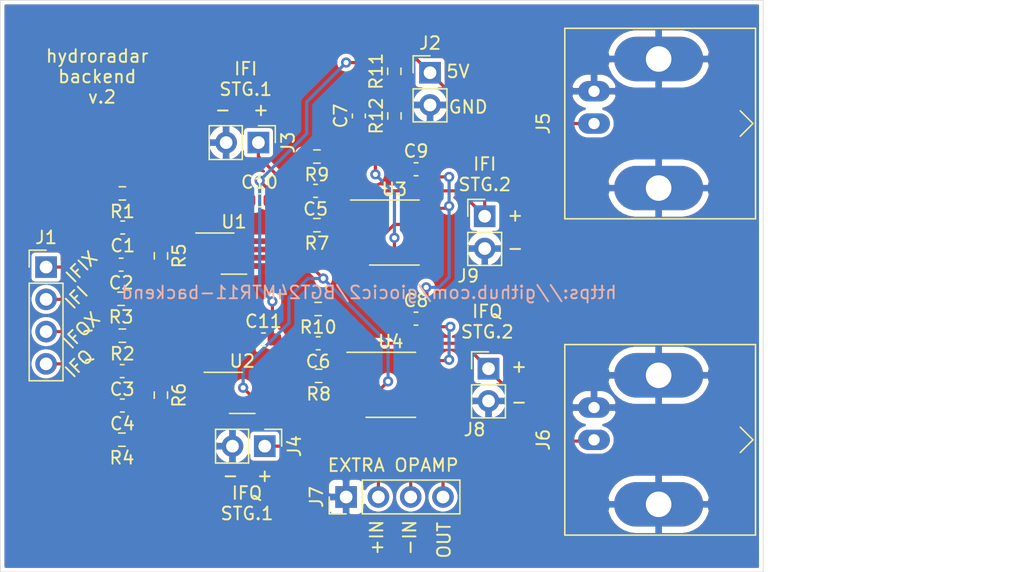
<source format=kicad_pcb>
(kicad_pcb (version 20171130) (host pcbnew "(5.1.12)-1")
  (layers (0 F.Cu signal) (31 B.Cu signal) (34 B.Paste user) (35 F.Paste user) (36 B.SilkS user) (37 F.SilkS user) (38 B.Mask user) (39 F.Mask user) (44 Edge.Cuts user))
  (net 0 "")
  (net 1 IFIX)
  (net 2 "Net-(C1-Pad1)")
  (net 3 IFI)
  (net 4 "Net-(C2-Pad1)")
  (net 5 IFQX)
  (net 6 "Net-(C3-Pad1)")
  (net 7 IFQ)
  (net 8 "Net-(C4-Pad1)")
  (net 9 "Net-(C5-Pad2)")
  (net 10 IFI_ST2)
  (net 11 "Net-(C6-Pad2)")
  (net 12 IFQ_ST2)
  (net 13 "Net-(C7-Pad2)")
  (net 14 GND)
  (net 15 +5V)
  (net 16 IFI_ST1)
  (net 17 IFQ_ST1)
  (net 18 "Net-(J7-Pad4)")
  (net 19 "Net-(J7-Pad3)")
  (net 20 "Net-(J7-Pad2)")
  (net 21 "Net-(R5-Pad2)")
  (net 22 "Net-(R5-Pad1)")
  (net 23 "Net-(R6-Pad2)")
  (net 24 "Net-(R6-Pad1)")
  (net 25 REF)
  (module Connector_PinHeader_2.54mm:PinHeader_1x04_P2.54mm_Vertical (layer F.Cu) (at 127.2 64.1 90)
    (fp_text reference J7 (at 0 -2.33 90) (layer F.SilkS))
    (fp_text value Conn_01x04_Male)
    (fp_line (start -1.33 -1.33) (end 0 -1.33) (layer F.SilkS) (width 0.12))
    (fp_line (start -1.33 0) (end -1.33 -1.33) (layer F.SilkS) (width 0.12))
    (fp_line (start -1.33 1.27) (end 1.33 1.27) (layer F.SilkS) (width 0.12))
    (fp_line (start 1.33 1.27) (end 1.33 8.95) (layer F.SilkS) (width 0.12))
    (fp_line (start -1.33 1.27) (end -1.33 8.95) (layer F.SilkS) (width 0.12))
    (fp_line (start -1.33 8.95) (end 1.33 8.95) (layer F.SilkS) (width 0.12))
    (pad 4 thru_hole oval (at 0 7.62 90) (size 1.7 1.7) (drill 1) (layers *.Cu *.Mask) (net 18 "Net-(J7-Pad4)"))
    (pad 3 thru_hole oval (at 0 5.08 90) (size 1.7 1.7) (drill 1) (layers *.Cu *.Mask) (net 19 "Net-(J7-Pad3)"))
    (pad 2 thru_hole oval (at 0 2.54 90) (size 1.7 1.7) (drill 1) (layers *.Cu *.Mask) (net 20 "Net-(J7-Pad2)"))
    (pad 1 thru_hole rect (at 0 0 90) (size 1.7 1.7) (drill 1) (layers *.Cu *.Mask) (net 14 GND))
  )
  (module Capacitor_SMD:C_0603_1608Metric_Pad1.08x0.95mm_HandSolder (layer F.Cu) (at 120.7 51.7)
    (fp_text reference C11 (at 0 -1.43) (layer F.SilkS))
    (fp_text value 100p)
    (fp_line (start -0.146267 0.51) (end 0.146267 0.51) (layer F.SilkS) (width 0.12))
    (fp_line (start -0.146267 -0.51) (end 0.146267 -0.51) (layer F.SilkS) (width 0.12))
    (pad 2 smd roundrect (at 0.8625 0) (size 1.075 0.95) (layers F.Cu F.Paste F.Mask) (net 15 +5V))
    (pad 1 smd roundrect (at -0.8625 0) (size 1.075 0.95) (layers F.Cu F.Paste F.Mask) (net 14 GND))
  )
  (module Capacitor_SMD:C_0603_1608Metric_Pad1.08x0.95mm_HandSolder (layer F.Cu) (at 120.3828 40.7482)
    (fp_text reference C10 (at 0 -1.43) (layer F.SilkS))
    (fp_text value 100p)
    (fp_line (start -0.146267 0.51) (end 0.146267 0.51) (layer F.SilkS) (width 0.12))
    (fp_line (start -0.146267 -0.51) (end 0.146267 -0.51) (layer F.SilkS) (width 0.12))
    (pad 2 smd roundrect (at 0.8625 0) (size 1.075 0.95) (layers F.Cu F.Paste F.Mask) (net 15 +5V))
    (pad 1 smd roundrect (at -0.8625 0) (size 1.075 0.95) (layers F.Cu F.Paste F.Mask) (net 14 GND))
  )
  (module Capacitor_SMD:C_0603_1608Metric_Pad1.08x0.95mm_HandSolder (layer F.Cu) (at 132.7 38.3)
    (fp_text reference C9 (at 0 -1.43) (layer F.SilkS))
    (fp_text value 100p)
    (fp_line (start -0.146267 0.51) (end 0.146267 0.51) (layer F.SilkS) (width 0.12))
    (fp_line (start -0.146267 -0.51) (end 0.146267 -0.51) (layer F.SilkS) (width 0.12))
    (pad 2 smd roundrect (at 0.8625 0) (size 1.075 0.95) (layers F.Cu F.Paste F.Mask) (net 15 +5V))
    (pad 1 smd roundrect (at -0.8625 0) (size 1.075 0.95) (layers F.Cu F.Paste F.Mask) (net 14 GND))
  )
  (module Capacitor_SMD:C_0603_1608Metric_Pad1.08x0.95mm_HandSolder (layer F.Cu) (at 132.6954 50.0628)
    (fp_text reference C8 (at 0 -1.43) (layer F.SilkS))
    (fp_text value 100p)
    (fp_line (start -0.146267 0.51) (end 0.146267 0.51) (layer F.SilkS) (width 0.12))
    (fp_line (start -0.146267 -0.51) (end 0.146267 -0.51) (layer F.SilkS) (width 0.12))
    (pad 2 smd roundrect (at 0.8625 0) (size 1.075 0.95) (layers F.Cu F.Paste F.Mask) (net 15 +5V))
    (pad 1 smd roundrect (at -0.8625 0) (size 1.075 0.95) (layers F.Cu F.Paste F.Mask) (net 14 GND))
  )
  (module Package_SO:SOIC-8_3.9x4.9mm_P1.27mm (layer F.Cu) (at 130.7142 55.2698)
    (fp_text reference U4 (at 0 -3.4) (layer F.SilkS))
    (fp_text value OPA2376AIDG4)
    (fp_line (start 0 2.56) (end 1.95 2.56) (layer F.SilkS) (width 0.12))
    (fp_line (start 0 2.56) (end -1.95 2.56) (layer F.SilkS) (width 0.12))
    (fp_line (start 0 -2.56) (end 1.95 -2.56) (layer F.SilkS) (width 0.12))
    (fp_line (start 0 -2.56) (end -3.45 -2.56) (layer F.SilkS) (width 0.12))
    (pad 8 smd roundrect (at 2.475 -1.905) (size 1.95 0.6) (layers F.Cu F.Paste F.Mask) (net 15 +5V))
    (pad 7 smd roundrect (at 2.475 -0.635) (size 1.95 0.6) (layers F.Cu F.Paste F.Mask) (net 18 "Net-(J7-Pad4)"))
    (pad 6 smd roundrect (at 2.475 0.635) (size 1.95 0.6) (layers F.Cu F.Paste F.Mask) (net 19 "Net-(J7-Pad3)"))
    (pad 5 smd roundrect (at 2.475 1.905) (size 1.95 0.6) (layers F.Cu F.Paste F.Mask) (net 20 "Net-(J7-Pad2)"))
    (pad 4 smd roundrect (at -2.475 1.905) (size 1.95 0.6) (layers F.Cu F.Paste F.Mask) (net 14 GND))
    (pad 3 smd roundrect (at -2.475 0.635) (size 1.95 0.6) (layers F.Cu F.Paste F.Mask) (net 25 REF))
    (pad 2 smd roundrect (at -2.475 -0.635) (size 1.95 0.6) (layers F.Cu F.Paste F.Mask) (net 11 "Net-(C6-Pad2)"))
    (pad 1 smd roundrect (at -2.475 -1.905) (size 1.95 0.6) (layers F.Cu F.Paste F.Mask) (net 12 IFQ_ST2))
  )
  (module Package_SO:SOIC-8_3.9x4.9mm_P1.27mm (layer F.Cu) (at 130.9936 43.281)
    (fp_text reference U3 (at 0 -3.4) (layer F.SilkS))
    (fp_text value OPA2376AIDG4)
    (fp_line (start 0 2.56) (end 1.95 2.56) (layer F.SilkS) (width 0.12))
    (fp_line (start 0 2.56) (end -1.95 2.56) (layer F.SilkS) (width 0.12))
    (fp_line (start 0 -2.56) (end 1.95 -2.56) (layer F.SilkS) (width 0.12))
    (fp_line (start 0 -2.56) (end -3.45 -2.56) (layer F.SilkS) (width 0.12))
    (pad 8 smd roundrect (at 2.475 -1.905) (size 1.95 0.6) (layers F.Cu F.Paste F.Mask) (net 15 +5V))
    (pad 7 smd roundrect (at 2.475 -0.635) (size 1.95 0.6) (layers F.Cu F.Paste F.Mask) (net 25 REF))
    (pad 6 smd roundrect (at 2.475 0.635) (size 1.95 0.6) (layers F.Cu F.Paste F.Mask) (net 25 REF))
    (pad 5 smd roundrect (at 2.475 1.905) (size 1.95 0.6) (layers F.Cu F.Paste F.Mask) (net 13 "Net-(C7-Pad2)"))
    (pad 4 smd roundrect (at -2.475 1.905) (size 1.95 0.6) (layers F.Cu F.Paste F.Mask) (net 14 GND))
    (pad 3 smd roundrect (at -2.475 0.635) (size 1.95 0.6) (layers F.Cu F.Paste F.Mask) (net 25 REF))
    (pad 2 smd roundrect (at -2.475 -0.635) (size 1.95 0.6) (layers F.Cu F.Paste F.Mask) (net 9 "Net-(C5-Pad2)"))
    (pad 1 smd roundrect (at -2.475 -1.905) (size 1.95 0.6) (layers F.Cu F.Paste F.Mask) (net 10 IFI_ST2))
  )
  (module Package_SO:VSSOP-8_3.0x3.0mm_P0.65mm (layer F.Cu) (at 119.0302 55.9048)
    (fp_text reference U2 (at 0 -2.5) (layer F.SilkS))
    (fp_text value INA827AIDGK)
    (fp_line (start 1 1.62) (end -1 1.62) (layer F.SilkS) (width 0.12))
    (fp_line (start 0 -1.62) (end -3 -1.62) (layer F.SilkS) (width 0.12))
    (pad 8 smd rect (at 2.2 -0.975 270) (size 0.45 1.45) (layers F.Cu F.Paste F.Mask) (net 15 +5V))
    (pad 7 smd rect (at 2.2 -0.325 270) (size 0.45 1.45) (layers F.Cu F.Paste F.Mask) (net 17 IFQ_ST1))
    (pad 6 smd rect (at 2.2 0.325 270) (size 0.45 1.45) (layers F.Cu F.Paste F.Mask) (net 25 REF))
    (pad 5 smd rect (at 2.2 0.975 270) (size 0.45 1.45) (layers F.Cu F.Paste F.Mask) (net 14 GND))
    (pad 4 smd rect (at -2.2 0.975 270) (size 0.45 1.45) (layers F.Cu F.Paste F.Mask) (net 8 "Net-(C4-Pad1)"))
    (pad 3 smd rect (at -2.2 0.325 270) (size 0.45 1.45) (layers F.Cu F.Paste F.Mask) (net 23 "Net-(R6-Pad2)"))
    (pad 2 smd rect (at -2.2 -0.325 270) (size 0.45 1.45) (layers F.Cu F.Paste F.Mask) (net 24 "Net-(R6-Pad1)"))
    (pad 1 smd rect (at -2.2 -0.975 270) (size 0.45 1.45) (layers F.Cu F.Paste F.Mask) (net 6 "Net-(C3-Pad1)"))
  )
  (module Package_SO:VSSOP-8_3.0x3.0mm_P0.65mm (layer F.Cu) (at 118.3762 44.9392)
    (fp_text reference U1 (at 0 -2.5) (layer F.SilkS))
    (fp_text value INA827AIDGK)
    (fp_line (start 1 1.62) (end -1 1.62) (layer F.SilkS) (width 0.12))
    (fp_line (start 0 -1.62) (end -3 -1.62) (layer F.SilkS) (width 0.12))
    (pad 8 smd rect (at 2.2 -0.975 270) (size 0.45 1.45) (layers F.Cu F.Paste F.Mask) (net 15 +5V))
    (pad 7 smd rect (at 2.2 -0.325 270) (size 0.45 1.45) (layers F.Cu F.Paste F.Mask) (net 16 IFI_ST1))
    (pad 6 smd rect (at 2.2 0.325 270) (size 0.45 1.45) (layers F.Cu F.Paste F.Mask) (net 25 REF))
    (pad 5 smd rect (at 2.2 0.975 270) (size 0.45 1.45) (layers F.Cu F.Paste F.Mask) (net 14 GND))
    (pad 4 smd rect (at -2.2 0.975 270) (size 0.45 1.45) (layers F.Cu F.Paste F.Mask) (net 4 "Net-(C2-Pad1)"))
    (pad 3 smd rect (at -2.2 0.325 270) (size 0.45 1.45) (layers F.Cu F.Paste F.Mask) (net 21 "Net-(R5-Pad2)"))
    (pad 2 smd rect (at -2.2 -0.325 270) (size 0.45 1.45) (layers F.Cu F.Paste F.Mask) (net 22 "Net-(R5-Pad1)"))
    (pad 1 smd rect (at -2.2 -0.975 270) (size 0.45 1.45) (layers F.Cu F.Paste F.Mask) (net 2 "Net-(C1-Pad1)"))
  )
  (module Resistor_SMD:R_0603_1608Metric_Pad0.98x0.95mm_HandSolder (layer F.Cu) (at 131 34.1 90)
    (fp_text reference R12 (at 0 -1.43 90) (layer F.SilkS))
    (fp_text value 220k)
    (fp_line (start -0.254724 -0.5225) (end 0.254724 -0.5225) (layer F.SilkS) (width 0.12))
    (fp_line (start -0.254724 0.5225) (end 0.254724 0.5225) (layer F.SilkS) (width 0.12))
    (pad 2 smd roundrect (at 0.9125 0 90) (size 0.975 0.95) (layers F.Cu F.Paste F.Mask) (net 13 "Net-(C7-Pad2)"))
    (pad 1 smd roundrect (at -0.9125 0 90) (size 0.975 0.95) (layers F.Cu F.Paste F.Mask) (net 14 GND))
  )
  (module Resistor_SMD:R_0603_1608Metric_Pad0.98x0.95mm_HandSolder (layer F.Cu) (at 130.9898 30.5866 90)
    (fp_text reference R11 (at 0 -1.43 90) (layer F.SilkS))
    (fp_text value 220k)
    (fp_line (start -0.254724 -0.5225) (end 0.254724 -0.5225) (layer F.SilkS) (width 0.12))
    (fp_line (start -0.254724 0.5225) (end 0.254724 0.5225) (layer F.SilkS) (width 0.12))
    (pad 2 smd roundrect (at 0.9125 0 90) (size 0.975 0.95) (layers F.Cu F.Paste F.Mask) (net 15 +5V))
    (pad 1 smd roundrect (at -0.9125 0 90) (size 0.975 0.95) (layers F.Cu F.Paste F.Mask) (net 13 "Net-(C7-Pad2)"))
  )
  (module Resistor_SMD:R_0603_1608Metric_Pad0.98x0.95mm_HandSolder (layer F.Cu) (at 125 49.3 180)
    (fp_text reference R10 (at 0 -1.43) (layer F.SilkS))
    (fp_text value 100k)
    (fp_line (start -0.254724 -0.5225) (end 0.254724 -0.5225) (layer F.SilkS) (width 0.12))
    (fp_line (start -0.254724 0.5225) (end 0.254724 0.5225) (layer F.SilkS) (width 0.12))
    (pad 2 smd roundrect (at 0.9125 0 180) (size 0.975 0.95) (layers F.Cu F.Paste F.Mask) (net 11 "Net-(C6-Pad2)"))
    (pad 1 smd roundrect (at -0.9125 0 180) (size 0.975 0.95) (layers F.Cu F.Paste F.Mask) (net 12 IFQ_ST2))
  )
  (module Resistor_SMD:R_0603_1608Metric_Pad0.98x0.95mm_HandSolder (layer F.Cu) (at 124.9 37.3 180)
    (fp_text reference R9 (at 0 -1.43) (layer F.SilkS))
    (fp_text value 100k)
    (fp_line (start -0.254724 -0.5225) (end 0.254724 -0.5225) (layer F.SilkS) (width 0.12))
    (fp_line (start -0.254724 0.5225) (end 0.254724 0.5225) (layer F.SilkS) (width 0.12))
    (pad 2 smd roundrect (at 0.9125 0 180) (size 0.975 0.95) (layers F.Cu F.Paste F.Mask) (net 9 "Net-(C5-Pad2)"))
    (pad 1 smd roundrect (at -0.9125 0 180) (size 0.975 0.95) (layers F.Cu F.Paste F.Mask) (net 10 IFI_ST2))
  )
  (module Resistor_SMD:R_0603_1608Metric_Pad0.98x0.95mm_HandSolder (layer F.Cu) (at 125.042 54.5632 180)
    (fp_text reference R8 (at 0 -1.43) (layer F.SilkS))
    (fp_text value 10k)
    (fp_line (start -0.254724 -0.5225) (end 0.254724 -0.5225) (layer F.SilkS) (width 0.12))
    (fp_line (start -0.254724 0.5225) (end 0.254724 0.5225) (layer F.SilkS) (width 0.12))
    (pad 2 smd roundrect (at 0.9125 0 180) (size 0.975 0.95) (layers F.Cu F.Paste F.Mask) (net 17 IFQ_ST1))
    (pad 1 smd roundrect (at -0.9125 0 180) (size 0.975 0.95) (layers F.Cu F.Paste F.Mask) (net 11 "Net-(C6-Pad2)"))
  )
  (module Resistor_SMD:R_0603_1608Metric_Pad0.98x0.95mm_HandSolder (layer F.Cu) (at 124.9 42.7 180)
    (fp_text reference R7 (at 0 -1.43) (layer F.SilkS))
    (fp_text value 10k)
    (fp_line (start -0.254724 -0.5225) (end 0.254724 -0.5225) (layer F.SilkS) (width 0.12))
    (fp_line (start -0.254724 0.5225) (end 0.254724 0.5225) (layer F.SilkS) (width 0.12))
    (pad 2 smd roundrect (at 0.9125 0 180) (size 0.975 0.95) (layers F.Cu F.Paste F.Mask) (net 16 IFI_ST1))
    (pad 1 smd roundrect (at -0.9125 0 180) (size 0.975 0.95) (layers F.Cu F.Paste F.Mask) (net 9 "Net-(C5-Pad2)"))
  )
  (module Resistor_SMD:R_0603_1608Metric_Pad0.98x0.95mm_HandSolder (layer F.Cu) (at 112.6294 56.0826 270)
    (fp_text reference R6 (at 0 -1.43 90) (layer F.SilkS))
    (fp_text value 1k)
    (fp_line (start -0.254724 -0.5225) (end 0.254724 -0.5225) (layer F.SilkS) (width 0.12))
    (fp_line (start -0.254724 0.5225) (end 0.254724 0.5225) (layer F.SilkS) (width 0.12))
    (pad 2 smd roundrect (at 0.9125 0 270) (size 0.975 0.95) (layers F.Cu F.Paste F.Mask) (net 23 "Net-(R6-Pad2)"))
    (pad 1 smd roundrect (at -0.9125 0 270) (size 0.975 0.95) (layers F.Cu F.Paste F.Mask) (net 24 "Net-(R6-Pad1)"))
  )
  (module Resistor_SMD:R_0603_1608Metric_Pad0.98x0.95mm_HandSolder (layer F.Cu) (at 112.6358 45.117 270)
    (fp_text reference R5 (at 0 -1.43 90) (layer F.SilkS))
    (fp_text value 1k)
    (fp_line (start -0.254724 -0.5225) (end 0.254724 -0.5225) (layer F.SilkS) (width 0.12))
    (fp_line (start -0.254724 0.5225) (end 0.254724 0.5225) (layer F.SilkS) (width 0.12))
    (pad 2 smd roundrect (at 0.9125 0 270) (size 0.975 0.95) (layers F.Cu F.Paste F.Mask) (net 21 "Net-(R5-Pad2)"))
    (pad 1 smd roundrect (at -0.9125 0 270) (size 0.975 0.95) (layers F.Cu F.Paste F.Mask) (net 22 "Net-(R5-Pad1)"))
  )
  (module Resistor_SMD:R_0603_1608Metric_Pad0.98x0.95mm_HandSolder (layer F.Cu) (at 109.5638 59.5884 180)
    (fp_text reference R4 (at 0 -1.43) (layer F.SilkS))
    (fp_text value 47k)
    (fp_line (start -0.254724 -0.5225) (end 0.254724 -0.5225) (layer F.SilkS) (width 0.12))
    (fp_line (start -0.254724 0.5225) (end 0.254724 0.5225) (layer F.SilkS) (width 0.12))
    (pad 2 smd roundrect (at 0.9125 0 180) (size 0.975 0.95) (layers F.Cu F.Paste F.Mask) (net 14 GND))
    (pad 1 smd roundrect (at -0.9125 0 180) (size 0.975 0.95) (layers F.Cu F.Paste F.Mask) (net 8 "Net-(C4-Pad1)"))
  )
  (module Resistor_SMD:R_0603_1608Metric_Pad0.98x0.95mm_HandSolder (layer F.Cu) (at 109.5 48.5 180)
    (fp_text reference R3 (at 0 -1.43) (layer F.SilkS))
    (fp_text value 47k)
    (fp_line (start -0.254724 -0.5225) (end 0.254724 -0.5225) (layer F.SilkS) (width 0.12))
    (fp_line (start -0.254724 0.5225) (end 0.254724 0.5225) (layer F.SilkS) (width 0.12))
    (pad 2 smd roundrect (at 0.9125 0 180) (size 0.975 0.95) (layers F.Cu F.Paste F.Mask) (net 14 GND))
    (pad 1 smd roundrect (at -0.9125 0 180) (size 0.975 0.95) (layers F.Cu F.Paste F.Mask) (net 4 "Net-(C2-Pad1)"))
  )
  (module Resistor_SMD:R_0603_1608Metric_Pad0.98x0.95mm_HandSolder (layer F.Cu) (at 109.6 51.4 180)
    (fp_text reference R2 (at 0 -1.43) (layer F.SilkS))
    (fp_text value 47k)
    (fp_line (start -0.254724 -0.5225) (end 0.254724 -0.5225) (layer F.SilkS) (width 0.12))
    (fp_line (start -0.254724 0.5225) (end 0.254724 0.5225) (layer F.SilkS) (width 0.12))
    (pad 2 smd roundrect (at 0.9125 0 180) (size 0.975 0.95) (layers F.Cu F.Paste F.Mask) (net 14 GND))
    (pad 1 smd roundrect (at -0.9125 0 180) (size 0.975 0.95) (layers F.Cu F.Paste F.Mask) (net 6 "Net-(C3-Pad1)"))
  )
  (module Resistor_SMD:R_0603_1608Metric_Pad0.98x0.95mm_HandSolder (layer F.Cu) (at 109.6 40.2 180)
    (fp_text reference R1 (at 0 -1.43) (layer F.SilkS))
    (fp_text value 47k)
    (fp_line (start -0.254724 -0.5225) (end 0.254724 -0.5225) (layer F.SilkS) (width 0.12))
    (fp_line (start -0.254724 0.5225) (end 0.254724 0.5225) (layer F.SilkS) (width 0.12))
    (pad 2 smd roundrect (at 0.9125 0 180) (size 0.975 0.95) (layers F.Cu F.Paste F.Mask) (net 14 GND))
    (pad 1 smd roundrect (at -0.9125 0 180) (size 0.975 0.95) (layers F.Cu F.Paste F.Mask) (net 2 "Net-(C1-Pad1)"))
  )
  (module Connector_PinHeader_2.54mm:PinHeader_1x02_P2.54mm_Vertical (layer F.Cu) (at 138.1 42)
    (fp_text reference J9 (at -1.3 4.7) (layer F.SilkS))
    (fp_text value Conn_01x02_Male)
    (fp_line (start -1.33 3.87) (end 1.33 3.87) (layer F.SilkS) (width 0.12))
    (fp_line (start -1.33 1.27) (end -1.33 3.87) (layer F.SilkS) (width 0.12))
    (fp_line (start 1.33 1.27) (end 1.33 3.87) (layer F.SilkS) (width 0.12))
    (fp_line (start -1.33 1.27) (end 1.33 1.27) (layer F.SilkS) (width 0.12))
    (fp_line (start -1.33 0) (end -1.33 -1.33) (layer F.SilkS) (width 0.12))
    (fp_line (start -1.33 -1.33) (end 0 -1.33) (layer F.SilkS) (width 0.12))
    (pad 2 thru_hole oval (at 0 2.54) (size 1.7 1.7) (drill 1) (layers *.Cu *.Mask) (net 14 GND))
    (pad 1 thru_hole rect (at 0 0) (size 1.7 1.7) (drill 1) (layers *.Cu *.Mask) (net 10 IFI_ST2))
  )
  (module Connector_PinHeader_2.54mm:PinHeader_1x02_P2.54mm_Vertical (layer F.Cu) (at 138.4 54)
    (fp_text reference J8 (at -1.1 4.8) (layer F.SilkS))
    (fp_text value Conn_01x02_Male)
    (fp_line (start -1.33 3.87) (end 1.33 3.87) (layer F.SilkS) (width 0.12))
    (fp_line (start -1.33 1.27) (end -1.33 3.87) (layer F.SilkS) (width 0.12))
    (fp_line (start 1.33 1.27) (end 1.33 3.87) (layer F.SilkS) (width 0.12))
    (fp_line (start -1.33 1.27) (end 1.33 1.27) (layer F.SilkS) (width 0.12))
    (fp_line (start -1.33 0) (end -1.33 -1.33) (layer F.SilkS) (width 0.12))
    (fp_line (start -1.33 -1.33) (end 0 -1.33) (layer F.SilkS) (width 0.12))
    (pad 2 thru_hole oval (at 0 2.54) (size 1.7 1.7) (drill 1) (layers *.Cu *.Mask) (net 14 GND))
    (pad 1 thru_hole rect (at 0 0) (size 1.7 1.7) (drill 1) (layers *.Cu *.Mask) (net 12 IFQ_ST2))
  )
  (module Connector_Coaxial:BNC_Amphenol_B6252HB-NPP3G-50_Horizontal (layer F.Cu) (at 146.7 59.6 270)
    (fp_text reference J6 (at 0 4 90) (layer F.SilkS))
    (fp_text value Conn_Coaxial)
    (fp_line (start -7.5 -12.7) (end 7.5 -12.7) (layer F.SilkS) (width 0.12))
    (fp_line (start 7.5 -12.7) (end 7.5 2.3) (layer F.SilkS) (width 0.12))
    (fp_line (start 7.5 2.3) (end -7.5 2.3) (layer F.SilkS) (width 0.12))
    (fp_line (start -7.5 2.3) (end -7.5 -12.7) (layer F.SilkS) (width 0.12))
    (fp_line (start 0 -12.5) (end -1 -11.5) (layer F.SilkS) (width 0.12))
    (fp_line (start 0 -12.5) (end 1 -11.5) (layer F.SilkS) (width 0.12))
    (pad 2 thru_hole oval (at -2.54 0 270) (size 1.6 2.5) (drill 0.89) (layers *.Cu *.Mask) (net 14 GND))
    (pad 1 thru_hole oval (at 0 0 270) (size 1.6 2.5) (drill 0.89) (layers *.Cu *.Mask) (net 12 IFQ_ST2))
    (pad 2 thru_hole oval (at 5.08 -5.08 270) (size 3.5 7) (drill 2.01) (layers *.Cu *.Mask) (net 14 GND))
    (pad 2 thru_hole oval (at -5.08 -5.08 270) (size 3.5 7) (drill 2.01) (layers *.Cu *.Mask) (net 14 GND))
  )
  (module Connector_Coaxial:BNC_Amphenol_B6252HB-NPP3G-50_Horizontal (layer F.Cu) (at 146.7 34.7 270)
    (fp_text reference J5 (at 0 4 90) (layer F.SilkS))
    (fp_text value Conn_Coaxial)
    (fp_line (start -7.5 -12.7) (end 7.5 -12.7) (layer F.SilkS) (width 0.12))
    (fp_line (start 7.5 -12.7) (end 7.5 2.3) (layer F.SilkS) (width 0.12))
    (fp_line (start 7.5 2.3) (end -7.5 2.3) (layer F.SilkS) (width 0.12))
    (fp_line (start -7.5 2.3) (end -7.5 -12.7) (layer F.SilkS) (width 0.12))
    (fp_line (start 0 -12.5) (end -1 -11.5) (layer F.SilkS) (width 0.12))
    (fp_line (start 0 -12.5) (end 1 -11.5) (layer F.SilkS) (width 0.12))
    (pad 2 thru_hole oval (at -2.54 0 270) (size 1.6 2.5) (drill 0.89) (layers *.Cu *.Mask) (net 14 GND))
    (pad 1 thru_hole oval (at 0 0 270) (size 1.6 2.5) (drill 0.89) (layers *.Cu *.Mask) (net 10 IFI_ST2))
    (pad 2 thru_hole oval (at 5.08 -5.08 270) (size 3.5 7) (drill 2.01) (layers *.Cu *.Mask) (net 14 GND))
    (pad 2 thru_hole oval (at -5.08 -5.08 270) (size 3.5 7) (drill 2.01) (layers *.Cu *.Mask) (net 14 GND))
  )
  (module Connector_PinHeader_2.54mm:PinHeader_1x02_P2.54mm_Vertical (layer F.Cu) (at 120.8 60.1 270)
    (fp_text reference J4 (at 0 -2.33 90) (layer F.SilkS))
    (fp_text value Conn_01x02_Male)
    (fp_line (start -1.33 3.87) (end 1.33 3.87) (layer F.SilkS) (width 0.12))
    (fp_line (start -1.33 1.27) (end -1.33 3.87) (layer F.SilkS) (width 0.12))
    (fp_line (start 1.33 1.27) (end 1.33 3.87) (layer F.SilkS) (width 0.12))
    (fp_line (start -1.33 1.27) (end 1.33 1.27) (layer F.SilkS) (width 0.12))
    (fp_line (start -1.33 0) (end -1.33 -1.33) (layer F.SilkS) (width 0.12))
    (fp_line (start -1.33 -1.33) (end 0 -1.33) (layer F.SilkS) (width 0.12))
    (pad 2 thru_hole oval (at 0 2.54 270) (size 1.7 1.7) (drill 1) (layers *.Cu *.Mask) (net 14 GND))
    (pad 1 thru_hole rect (at 0 0 270) (size 1.7 1.7) (drill 1) (layers *.Cu *.Mask) (net 17 IFQ_ST1))
  )
  (module Connector_PinHeader_2.54mm:PinHeader_1x02_P2.54mm_Vertical (layer F.Cu) (at 120.3 36.2 270)
    (fp_text reference J3 (at 0 -2.33 90) (layer F.SilkS))
    (fp_text value Conn_01x02_Male)
    (fp_line (start -1.33 3.87) (end 1.33 3.87) (layer F.SilkS) (width 0.12))
    (fp_line (start -1.33 1.27) (end -1.33 3.87) (layer F.SilkS) (width 0.12))
    (fp_line (start 1.33 1.27) (end 1.33 3.87) (layer F.SilkS) (width 0.12))
    (fp_line (start -1.33 1.27) (end 1.33 1.27) (layer F.SilkS) (width 0.12))
    (fp_line (start -1.33 0) (end -1.33 -1.33) (layer F.SilkS) (width 0.12))
    (fp_line (start -1.33 -1.33) (end 0 -1.33) (layer F.SilkS) (width 0.12))
    (pad 2 thru_hole oval (at 0 2.54 270) (size 1.7 1.7) (drill 1) (layers *.Cu *.Mask) (net 14 GND))
    (pad 1 thru_hole rect (at 0 0 270) (size 1.7 1.7) (drill 1) (layers *.Cu *.Mask) (net 16 IFI_ST1))
  )
  (module Connector_PinHeader_2.54mm:PinHeader_1x02_P2.54mm_Vertical (layer F.Cu) (at 133.8 30.7)
    (fp_text reference J2 (at 0 -2.33) (layer F.SilkS))
    (fp_text value Conn_01x02_Male)
    (fp_line (start -1.33 3.87) (end 1.33 3.87) (layer F.SilkS) (width 0.12))
    (fp_line (start -1.33 1.27) (end -1.33 3.87) (layer F.SilkS) (width 0.12))
    (fp_line (start 1.33 1.27) (end 1.33 3.87) (layer F.SilkS) (width 0.12))
    (fp_line (start -1.33 1.27) (end 1.33 1.27) (layer F.SilkS) (width 0.12))
    (fp_line (start -1.33 0) (end -1.33 -1.33) (layer F.SilkS) (width 0.12))
    (fp_line (start -1.33 -1.33) (end 0 -1.33) (layer F.SilkS) (width 0.12))
    (pad 2 thru_hole oval (at 0 2.54) (size 1.7 1.7) (drill 1) (layers *.Cu *.Mask) (net 14 GND))
    (pad 1 thru_hole rect (at 0 0) (size 1.7 1.7) (drill 1) (layers *.Cu *.Mask) (net 15 +5V))
  )
  (module Connector_PinHeader_2.54mm:PinHeader_1x04_P2.54mm_Vertical (layer F.Cu) (at 103.6 46)
    (fp_text reference J1 (at 0 -2.33) (layer F.SilkS))
    (fp_text value Conn_01x04_Male)
    (fp_line (start -1.33 8.95) (end 1.33 8.95) (layer F.SilkS) (width 0.12))
    (fp_line (start -1.33 1.27) (end -1.33 8.95) (layer F.SilkS) (width 0.12))
    (fp_line (start 1.33 1.27) (end 1.33 8.95) (layer F.SilkS) (width 0.12))
    (fp_line (start -1.33 1.27) (end 1.33 1.27) (layer F.SilkS) (width 0.12))
    (fp_line (start -1.33 0) (end -1.33 -1.33) (layer F.SilkS) (width 0.12))
    (fp_line (start -1.33 -1.33) (end 0 -1.33) (layer F.SilkS) (width 0.12))
    (pad 4 thru_hole oval (at 0 7.62) (size 1.7 1.7) (drill 1) (layers *.Cu *.Mask) (net 7 IFQ))
    (pad 3 thru_hole oval (at 0 5.08) (size 1.7 1.7) (drill 1) (layers *.Cu *.Mask) (net 5 IFQX))
    (pad 2 thru_hole oval (at 0 2.54) (size 1.7 1.7) (drill 1) (layers *.Cu *.Mask) (net 3 IFI))
    (pad 1 thru_hole rect (at 0 0) (size 1.7 1.7) (drill 1) (layers *.Cu *.Mask) (net 1 IFIX))
  )
  (module Capacitor_SMD:C_0603_1608Metric_Pad1.08x0.95mm_HandSolder (layer F.Cu) (at 128.2 34.1 90)
    (fp_text reference C7 (at 0 -1.43 90) (layer F.SilkS))
    (fp_text value 1u)
    (fp_line (start -0.146267 -0.51) (end 0.146267 -0.51) (layer F.SilkS) (width 0.12))
    (fp_line (start -0.146267 0.51) (end 0.146267 0.51) (layer F.SilkS) (width 0.12))
    (pad 2 smd roundrect (at 0.8625 0 90) (size 1.075 0.95) (layers F.Cu F.Paste F.Mask) (net 13 "Net-(C7-Pad2)"))
    (pad 1 smd roundrect (at -0.8625 0 90) (size 1.075 0.95) (layers F.Cu F.Paste F.Mask) (net 14 GND))
  )
  (module Capacitor_SMD:C_0603_1608Metric_Pad1.08x0.95mm_HandSolder (layer F.Cu) (at 125 52 180)
    (fp_text reference C6 (at 0 -1.43) (layer F.SilkS))
    (fp_text value 1n)
    (fp_line (start -0.146267 -0.51) (end 0.146267 -0.51) (layer F.SilkS) (width 0.12))
    (fp_line (start -0.146267 0.51) (end 0.146267 0.51) (layer F.SilkS) (width 0.12))
    (pad 2 smd roundrect (at 0.8625 0 180) (size 1.075 0.95) (layers F.Cu F.Paste F.Mask) (net 11 "Net-(C6-Pad2)"))
    (pad 1 smd roundrect (at -0.8625 0 180) (size 1.075 0.95) (layers F.Cu F.Paste F.Mask) (net 12 IFQ_ST2))
  )
  (module Capacitor_SMD:C_0603_1608Metric_Pad1.08x0.95mm_HandSolder (layer F.Cu) (at 124.8 40 180)
    (fp_text reference C5 (at 0 -1.43) (layer F.SilkS))
    (fp_text value 1n)
    (fp_line (start -0.146267 -0.51) (end 0.146267 -0.51) (layer F.SilkS) (width 0.12))
    (fp_line (start -0.146267 0.51) (end 0.146267 0.51) (layer F.SilkS) (width 0.12))
    (pad 2 smd roundrect (at 0.8625 0 180) (size 1.075 0.95) (layers F.Cu F.Paste F.Mask) (net 9 "Net-(C5-Pad2)"))
    (pad 1 smd roundrect (at -0.8625 0 180) (size 1.075 0.95) (layers F.Cu F.Paste F.Mask) (net 10 IFI_ST2))
  )
  (module Capacitor_SMD:C_0603_1608Metric_Pad1.08x0.95mm_HandSolder (layer F.Cu) (at 109.6 56.9 180)
    (fp_text reference C4 (at 0 -1.43) (layer F.SilkS))
    (fp_text value 1u)
    (fp_line (start -0.146267 -0.51) (end 0.146267 -0.51) (layer F.SilkS) (width 0.12))
    (fp_line (start -0.146267 0.51) (end 0.146267 0.51) (layer F.SilkS) (width 0.12))
    (pad 2 smd roundrect (at 0.8625 0 180) (size 1.075 0.95) (layers F.Cu F.Paste F.Mask) (net 7 IFQ))
    (pad 1 smd roundrect (at -0.8625 0 180) (size 1.075 0.95) (layers F.Cu F.Paste F.Mask) (net 8 "Net-(C4-Pad1)"))
  )
  (module Capacitor_SMD:C_0603_1608Metric_Pad1.08x0.95mm_HandSolder (layer F.Cu) (at 109.5856 54.1924 180)
    (fp_text reference C3 (at 0 -1.43) (layer F.SilkS))
    (fp_text value 1u)
    (fp_line (start -0.146267 -0.51) (end 0.146267 -0.51) (layer F.SilkS) (width 0.12))
    (fp_line (start -0.146267 0.51) (end 0.146267 0.51) (layer F.SilkS) (width 0.12))
    (pad 2 smd roundrect (at 0.8625 0 180) (size 1.075 0.95) (layers F.Cu F.Paste F.Mask) (net 5 IFQX))
    (pad 1 smd roundrect (at -0.8625 0 180) (size 1.075 0.95) (layers F.Cu F.Paste F.Mask) (net 6 "Net-(C3-Pad1)"))
  )
  (module Capacitor_SMD:C_0603_1608Metric_Pad1.08x0.95mm_HandSolder (layer F.Cu) (at 109.5044 45.8126 180)
    (fp_text reference C2 (at 0 -1.43) (layer F.SilkS))
    (fp_text value 1u)
    (fp_line (start -0.146267 -0.51) (end 0.146267 -0.51) (layer F.SilkS) (width 0.12))
    (fp_line (start -0.146267 0.51) (end 0.146267 0.51) (layer F.SilkS) (width 0.12))
    (pad 2 smd roundrect (at 0.8625 0 180) (size 1.075 0.95) (layers F.Cu F.Paste F.Mask) (net 3 IFI))
    (pad 1 smd roundrect (at -0.8625 0 180) (size 1.075 0.95) (layers F.Cu F.Paste F.Mask) (net 4 "Net-(C2-Pad1)"))
  )
  (module Capacitor_SMD:C_0603_1608Metric_Pad1.08x0.95mm_HandSolder (layer F.Cu) (at 109.6282 42.8866 180)
    (fp_text reference C1 (at 0 -1.43) (layer F.SilkS))
    (fp_text value 1u)
    (fp_line (start -0.146267 -0.51) (end 0.146267 -0.51) (layer F.SilkS) (width 0.12))
    (fp_line (start -0.146267 0.51) (end 0.146267 0.51) (layer F.SilkS) (width 0.12))
    (pad 2 smd roundrect (at 0.8625 0 180) (size 1.075 0.95) (layers F.Cu F.Paste F.Mask) (net 1 IFIX))
    (pad 1 smd roundrect (at -0.8625 0 180) (size 1.075 0.95) (layers F.Cu F.Paste F.Mask) (net 2 "Net-(C1-Pad1)"))
  )
  (gr_text "hydroradar \nbackend \nv.2" (at 108 31) (layer F.SilkS) (effects (font (size 1 1))))
  (gr_text https://github.com/giocic2/BGT24MTR11-backend (at 129 48) (layer B.SilkS) (effects (font (size 1 1)) (justify mirror)))
  (gr_text IFQ (at 106.2 53.6 45) (layer F.SilkS) (effects (font (size 1 1))))
  (gr_text IFQX (at 106.4 51 45) (layer F.SilkS) (effects (font (size 1 1))))
  (gr_text IFI (at 106 48.4 45) (layer F.SilkS) (effects (font (size 1 1))))
  (gr_text IFIX (at 106.4 46 45) (layer F.SilkS) (effects (font (size 1 1))))
  (gr_text OUT (at 134.9 67.5 90) (layer F.SilkS) (effects (font (size 1 1))))
  (gr_text -IN (at 132.2 67.3 90) (layer F.SilkS) (effects (font (size 1 1))))
  (gr_text +IN (at 129.6 67.3 90) (layer F.SilkS) (effects (font (size 1 1))))
  (gr_text "EXTRA OPAMP" (at 130.9 61.6) (layer F.SilkS) (effects (font (size 1 1))))
  (gr_text - (at 140.5 44.5) (layer F.SilkS) (effects (font (size 1 1))))
  (gr_text + (at 140.5 41.9) (layer F.SilkS) (effects (font (size 1 1))))
  (gr_text "IFI\nSTG.2\n" (at 138.1 38.7) (layer F.SilkS) (effects (font (size 1 1))))
  (gr_text - (at 140.8 56.6) (layer F.SilkS) (effects (font (size 1 1))))
  (gr_text + (at 140.8 53.8) (layer F.SilkS) (effects (font (size 1 1))))
  (gr_text "IFQ\nSTG.2" (at 138.3 50.3) (layer F.SilkS) (effects (font (size 1 1))))
  (gr_text - (at 118.1 62.4) (layer F.SilkS) (effects (font (size 1 1))))
  (gr_text + (at 120.8 62.4) (layer F.SilkS) (effects (font (size 1 1))))
  (gr_text "IFQ\nSTG.1" (at 119.4 64.6) (layer F.SilkS) (effects (font (size 1 1))))
  (gr_text GND (at 136.8 33.4) (layer F.SilkS) (effects (font (size 1 1))))
  (gr_text - (at 117.5 33.6) (layer F.SilkS) (effects (font (size 1 1))))
  (gr_text + (at 120.5 33.6) (layer F.SilkS) (effects (font (size 1 1))))
  (gr_text "IFI\nSTG.1" (at 119.3 31.2) (layer F.SilkS) (effects (font (size 1 1))))
  (gr_text 5V (at 136 30.6) (layer F.SilkS) (effects (font (size 1 1))))
  (gr_line (start 100 25) (end 100 70) (layer Edge.Cuts) (width 0.05))
  (gr_line (start 160 25) (end 100 25) (layer Edge.Cuts) (width 0.05))
  (gr_line (start 160 70) (end 160 25) (layer Edge.Cuts) (width 0.05))
  (gr_line (start 100 70) (end 160 70) (layer Edge.Cuts) (width 0.05))
  (segment (start 105.6523 46) (end 108.7657 42.8866) (width 0.25) (layer F.Cu) (net 1))
  (segment (start 103.6 46) (end 105.6523 46) (width 0.25) (layer F.Cu) (net 1))
  (segment (start 110.5125 42.8648) (end 110.4907 42.8866) (width 0.25) (layer F.Cu) (net 2))
  (segment (start 110.5125 40.2) (end 110.5125 42.8648) (width 0.25) (layer F.Cu) (net 2))
  (segment (start 110.5125 40.2) (end 111.6 40.2) (width 0.25) (layer F.Cu) (net 2))
  (segment (start 115.3642 43.9642) (end 116.1762 43.9642) (width 0.25) (layer F.Cu) (net 2))
  (segment (start 111.6 40.2) (end 115.3642 43.9642) (width 0.25) (layer F.Cu) (net 2))
  (segment (start 105.9145 48.54) (end 108.6419 45.8126) (width 0.25) (layer F.Cu) (net 3))
  (segment (start 103.6 48.54) (end 105.9145 48.54) (width 0.25) (layer F.Cu) (net 3))
  (segment (start 110.3669 48.4544) (end 110.4125 48.5) (width 0.25) (layer F.Cu) (net 4))
  (segment (start 110.3669 45.8126) (end 110.3669 48.4544) (width 0.25) (layer F.Cu) (net 4))
  (segment (start 110.4125 48.5) (end 112.5 48.5) (width 0.25) (layer F.Cu) (net 4))
  (segment (start 115.0858 45.9142) (end 116.1762 45.9142) (width 0.25) (layer F.Cu) (net 4))
  (segment (start 112.5 48.5) (end 115.0858 45.9142) (width 0.25) (layer F.Cu) (net 4))
  (segment (start 105.6107 51.08) (end 108.7231 54.1924) (width 0.25) (layer F.Cu) (net 5))
  (segment (start 103.6 51.08) (end 105.6107 51.08) (width 0.25) (layer F.Cu) (net 5))
  (segment (start 110.4481 54.1924) (end 113.6924 54.1924) (width 0.25) (layer F.Cu) (net 6))
  (segment (start 114.4298 54.9298) (end 116.8302 54.9298) (width 0.25) (layer F.Cu) (net 6))
  (segment (start 113.6924 54.1924) (end 114.4298 54.9298) (width 0.25) (layer F.Cu) (net 6))
  (segment (start 110.5125 54.128) (end 110.4481 54.1924) (width 0.25) (layer F.Cu) (net 6))
  (segment (start 110.5125 51.4) (end 110.5125 54.128) (width 0.25) (layer F.Cu) (net 6))
  (segment (start 105.4575 53.62) (end 108.7375 56.9) (width 0.25) (layer F.Cu) (net 7))
  (segment (start 103.6 53.62) (end 105.4575 53.62) (width 0.25) (layer F.Cu) (net 7))
  (segment (start 110.4625 59.5746) (end 110.4763 59.5884) (width 0.25) (layer F.Cu) (net 8))
  (segment (start 110.4625 56.9) (end 110.4625 59.5746) (width 0.25) (layer F.Cu) (net 8))
  (segment (start 110.4763 59.5884) (end 112.6116 59.5884) (width 0.25) (layer F.Cu) (net 8))
  (segment (start 115.3202 56.8798) (end 116.8302 56.8798) (width 0.25) (layer F.Cu) (net 8))
  (segment (start 112.6116 59.5884) (end 115.3202 56.8798) (width 0.25) (layer F.Cu) (net 8))
  (segment (start 123.9875 39.95) (end 123.9375 40) (width 0.25) (layer F.Cu) (net 9))
  (segment (start 123.9875 37.3) (end 123.9875 39.95) (width 0.25) (layer F.Cu) (net 9))
  (segment (start 123.9375 40.825) (end 125.8125 42.7) (width 0.25) (layer F.Cu) (net 9))
  (segment (start 123.9375 40) (end 123.9375 40.825) (width 0.25) (layer F.Cu) (net 9))
  (segment (start 125.8665 42.646) (end 125.8125 42.7) (width 0.25) (layer F.Cu) (net 9))
  (segment (start 128.5186 42.646) (end 125.8665 42.646) (width 0.25) (layer F.Cu) (net 9))
  (segment (start 125.8125 39.85) (end 125.6625 40) (width 0.25) (layer F.Cu) (net 10))
  (segment (start 125.8125 37.3) (end 125.8125 39.85) (width 0.25) (layer F.Cu) (net 10))
  (segment (start 125.6625 40) (end 126.3 40) (width 0.25) (layer F.Cu) (net 10))
  (segment (start 126.3 40) (end 126.7 40.4) (width 0.25) (layer F.Cu) (net 10))
  (segment (start 126.7 40.4) (end 126.7 40.9) (width 0.25) (layer F.Cu) (net 10))
  (segment (start 127.176 41.376) (end 128.5186 41.376) (width 0.25) (layer F.Cu) (net 10))
  (segment (start 126.7 40.9) (end 127.176 41.376) (width 0.25) (layer F.Cu) (net 10))
  (segment (start 136.1 40) (end 138.1 42) (width 0.25) (layer F.Cu) (net 10))
  (segment (start 125.6625 40) (end 136.1 40) (width 0.25) (layer F.Cu) (net 10))
  (segment (start 138.1 40.8) (end 144.2 34.7) (width 0.25) (layer F.Cu) (net 10))
  (segment (start 138.1 42) (end 138.1 40.8) (width 0.25) (layer F.Cu) (net 10))
  (segment (start 144.2 34.7) (end 146.7 34.7) (width 0.25) (layer F.Cu) (net 10))
  (segment (start 126.0261 54.6348) (end 125.9545 54.5632) (width 0.25) (layer F.Cu) (net 11))
  (segment (start 128.2392 54.6348) (end 126.0261 54.6348) (width 0.25) (layer F.Cu) (net 11))
  (segment (start 125.9545 54.5632) (end 125.6632 54.5632) (width 0.25) (layer F.Cu) (net 11))
  (segment (start 124.1375 53.0375) (end 124.1375 52) (width 0.25) (layer F.Cu) (net 11))
  (segment (start 125.6632 54.5632) (end 124.1375 53.0375) (width 0.25) (layer F.Cu) (net 11))
  (segment (start 124.0875 51.95) (end 124.1375 52) (width 0.25) (layer F.Cu) (net 11))
  (segment (start 124.0875 49.3) (end 124.0875 51.95) (width 0.25) (layer F.Cu) (net 11))
  (segment (start 125.9125 51.95) (end 125.8625 52) (width 0.25) (layer F.Cu) (net 12))
  (segment (start 125.9125 49.3) (end 125.9125 51.95) (width 0.25) (layer F.Cu) (net 12))
  (segment (start 128.2392 53.3648) (end 126.7648 53.3648) (width 0.25) (layer F.Cu) (net 12))
  (segment (start 125.8625 52.4625) (end 125.8625 52) (width 0.25) (layer F.Cu) (net 12))
  (segment (start 126.7648 53.3648) (end 125.8625 52.4625) (width 0.25) (layer F.Cu) (net 12))
  (segment (start 136.4 52) (end 138.4 54) (width 0.25) (layer F.Cu) (net 12))
  (segment (start 125.8625 52) (end 136.4 52) (width 0.25) (layer F.Cu) (net 12))
  (segment (start 138.4 54.1) (end 144 59.7) (width 0.25) (layer F.Cu) (net 12))
  (segment (start 138.4 54) (end 138.4 54.1) (width 0.25) (layer F.Cu) (net 12))
  (segment (start 146.6 59.7) (end 146.7 59.6) (width 0.25) (layer F.Cu) (net 12))
  (segment (start 144 59.7) (end 146.6 59.7) (width 0.25) (layer F.Cu) (net 12))
  (segment (start 130.9898 33.1773) (end 131 33.1875) (width 0.25) (layer F.Cu) (net 13))
  (segment (start 130.9898 31.4991) (end 130.9898 33.1773) (width 0.25) (layer F.Cu) (net 13))
  (segment (start 130.95 33.2375) (end 131 33.1875) (width 0.25) (layer F.Cu) (net 13))
  (segment (start 128.2 33.2375) (end 130.95 33.2375) (width 0.25) (layer F.Cu) (net 13))
  (segment (start 131 33.1875) (end 131.1875 33.1875) (width 0.25) (layer F.Cu) (net 13))
  (segment (start 131 33.1875) (end 131.0875 33.1875) (width 0.25) (layer F.Cu) (net 13))
  (segment (start 131.0875 33.1875) (end 133 35.1) (width 0.25) (layer F.Cu) (net 13))
  (segment (start 133 35.1) (end 133 36.1) (width 0.25) (layer F.Cu) (net 13))
  (segment (start 133 36.1) (end 132.5 36.6) (width 0.25) (layer F.Cu) (net 13))
  (segment (start 132.5 36.6) (end 130.2 36.6) (width 0.25) (layer F.Cu) (net 13))
  (segment (start 129.5 37.3) (end 129.5 38.4) (width 0.25) (layer F.Cu) (net 13))
  (segment (start 130.2 36.6) (end 129.5 37.3) (width 0.25) (layer F.Cu) (net 13))
  (via (at 129.5 38.7) (size 0.8) (drill 0.4) (layers F.Cu B.Cu) (net 13))
  (segment (start 129.5 38.4) (end 129.5 38.7) (width 0.25) (layer F.Cu) (net 13))
  (segment (start 129.5 38.7) (end 131 40.2) (width 0.25) (layer B.Cu) (net 13))
  (via (at 131 43.7) (size 0.8) (drill 0.4) (layers F.Cu B.Cu) (net 13))
  (segment (start 131 40.2) (end 131 43.7) (width 0.25) (layer B.Cu) (net 13))
  (segment (start 131 43.7) (end 131 44.5) (width 0.25) (layer F.Cu) (net 13))
  (segment (start 131.686 45.186) (end 133.4686 45.186) (width 0.25) (layer F.Cu) (net 13))
  (segment (start 131 44.5) (end 131.686 45.186) (width 0.25) (layer F.Cu) (net 13))
  (segment (start 130.95 34.9625) (end 131 35.0125) (width 0.25) (layer F.Cu) (net 14))
  (segment (start 128.2 34.9625) (end 130.95 34.9625) (width 0.25) (layer F.Cu) (net 14))
  (segment (start 119.5203 40.7482) (end 119.4518 40.7482) (width 0.25) (layer F.Cu) (net 14))
  (segment (start 120.5762 43.9642) (end 121.3358 43.9642) (width 0.25) (layer F.Cu) (net 15))
  (segment (start 121.3358 43.9642) (end 121.6 43.7) (width 0.25) (layer F.Cu) (net 15))
  (segment (start 121.6 41.1029) (end 121.2453 40.7482) (width 0.25) (layer F.Cu) (net 15))
  (segment (start 121.6 43.7) (end 121.6 41.1029) (width 0.25) (layer F.Cu) (net 15))
  (segment (start 121.2302 54.9298) (end 122.1702 54.9298) (width 0.25) (layer F.Cu) (net 15))
  (segment (start 122.1702 54.9298) (end 122.4 54.7) (width 0.25) (layer F.Cu) (net 15))
  (segment (start 122.4 52.5375) (end 121.5625 51.7) (width 0.25) (layer F.Cu) (net 15))
  (segment (start 122.4 54.7) (end 122.4 52.5375) (width 0.25) (layer F.Cu) (net 15))
  (segment (start 132.7741 29.6741) (end 133.8 30.7) (width 0.25) (layer F.Cu) (net 15))
  (segment (start 130.9898 29.6741) (end 132.7741 29.6741) (width 0.25) (layer F.Cu) (net 15))
  (via (at 135.3 41.2) (size 0.8) (drill 0.4) (layers F.Cu B.Cu) (net 15))
  (segment (start 135.124 41.376) (end 135.3 41.2) (width 0.25) (layer F.Cu) (net 15))
  (segment (start 133.4686 41.376) (end 135.124 41.376) (width 0.25) (layer F.Cu) (net 15))
  (via (at 135.3 38.9) (size 0.8) (drill 0.4) (layers F.Cu B.Cu) (net 15))
  (segment (start 135.3 41.2) (end 135.3 38.9) (width 0.25) (layer B.Cu) (net 15))
  (segment (start 134.1625 38.9) (end 133.5625 38.3) (width 0.25) (layer F.Cu) (net 15))
  (segment (start 135.3 38.9) (end 134.1625 38.9) (width 0.25) (layer F.Cu) (net 15))
  (via (at 135.3 53.3) (size 0.8) (drill 0.4) (layers F.Cu B.Cu) (net 15))
  (segment (start 135.2352 53.3648) (end 135.3 53.3) (width 0.25) (layer F.Cu) (net 15))
  (segment (start 133.1892 53.3648) (end 135.2352 53.3648) (width 0.25) (layer F.Cu) (net 15))
  (via (at 135.4 50.7) (size 0.8) (drill 0.4) (layers F.Cu B.Cu) (net 15))
  (segment (start 135.3 50.8) (end 135.4 50.7) (width 0.25) (layer B.Cu) (net 15))
  (segment (start 135.3 53.3) (end 135.3 50.8) (width 0.25) (layer B.Cu) (net 15))
  (segment (start 134.1951 50.7) (end 133.5579 50.0628) (width 0.25) (layer F.Cu) (net 15))
  (segment (start 135.4 50.7) (end 134.1951 50.7) (width 0.25) (layer F.Cu) (net 15))
  (segment (start 133.5625 38.3) (end 133.9 38.3) (width 0.25) (layer F.Cu) (net 15))
  (segment (start 133.9 38.3) (end 136.3 35.9) (width 0.25) (layer F.Cu) (net 15))
  (segment (start 136.3 33.2) (end 133.8 30.7) (width 0.25) (layer F.Cu) (net 15))
  (segment (start 136.3 35.9) (end 136.3 33.2) (width 0.25) (layer F.Cu) (net 15))
  (via (at 133.5 47.6) (size 0.8) (drill 0.4) (layers F.Cu B.Cu) (net 15))
  (segment (start 133.5579 47.6579) (end 133.5 47.6) (width 0.25) (layer F.Cu) (net 15))
  (segment (start 133.5579 50.0628) (end 133.5579 47.6579) (width 0.25) (layer F.Cu) (net 15))
  (segment (start 133.5 47.6) (end 134.5 47.6) (width 0.25) (layer B.Cu) (net 15))
  (segment (start 135.3 46.8) (end 135.3 41.2) (width 0.25) (layer B.Cu) (net 15))
  (segment (start 134.5 47.6) (end 135.3 46.8) (width 0.25) (layer B.Cu) (net 15))
  (via (at 120.4 39.2) (size 0.8) (drill 0.4) (layers F.Cu B.Cu) (net 15))
  (segment (start 121.2453 40.0453) (end 120.4 39.2) (width 0.25) (layer F.Cu) (net 15))
  (segment (start 121.2453 40.7482) (end 121.2453 40.0453) (width 0.25) (layer F.Cu) (net 15))
  (segment (start 120.4 39.2) (end 124.1 35.5) (width 0.25) (layer B.Cu) (net 15))
  (via (at 127.2 29.9) (size 0.8) (drill 0.4) (layers F.Cu B.Cu) (net 15))
  (segment (start 124.1 33) (end 127.2 29.9) (width 0.25) (layer B.Cu) (net 15))
  (segment (start 124.1 35.5) (end 124.1 33) (width 0.25) (layer B.Cu) (net 15))
  (segment (start 130.7639 29.9) (end 130.9898 29.6741) (width 0.25) (layer F.Cu) (net 15))
  (segment (start 127.2 29.9) (end 130.7639 29.9) (width 0.25) (layer F.Cu) (net 15))
  (via (at 121.4 48.7) (size 0.8) (drill 0.4) (layers F.Cu B.Cu) (net 15))
  (segment (start 120.4 47.7) (end 121.4 48.7) (width 0.25) (layer B.Cu) (net 15))
  (segment (start 120.4 39.2) (end 120.4 47.7) (width 0.25) (layer B.Cu) (net 15))
  (segment (start 121.4 51.5375) (end 121.5625 51.7) (width 0.25) (layer F.Cu) (net 15))
  (segment (start 121.4 48.7) (end 121.4 51.5375) (width 0.25) (layer F.Cu) (net 15))
  (segment (start 122.0733 44.6142) (end 123.9875 42.7) (width 0.25) (layer F.Cu) (net 16))
  (segment (start 120.5762 44.6142) (end 122.0733 44.6142) (width 0.25) (layer F.Cu) (net 16))
  (segment (start 122.4 41.1125) (end 123.9875 42.7) (width 0.25) (layer F.Cu) (net 16))
  (segment (start 122.4 39.4) (end 122.4 41.1125) (width 0.25) (layer F.Cu) (net 16))
  (segment (start 120.3 37.3) (end 122.4 39.4) (width 0.25) (layer F.Cu) (net 16))
  (segment (start 120.3 36.2) (end 120.3 37.3) (width 0.25) (layer F.Cu) (net 16))
  (segment (start 123.1129 55.5798) (end 124.1295 54.5632) (width 0.25) (layer F.Cu) (net 17))
  (segment (start 121.2302 55.5798) (end 123.1129 55.5798) (width 0.25) (layer F.Cu) (net 17))
  (segment (start 120.8 60.1) (end 123 60.1) (width 0.25) (layer F.Cu) (net 17))
  (segment (start 124.1295 58.9705) (end 124.1295 54.5632) (width 0.25) (layer F.Cu) (net 17))
  (segment (start 123 60.1) (end 124.1295 58.9705) (width 0.25) (layer F.Cu) (net 17))
  (segment (start 133.1892 54.6348) (end 134.7348 54.6348) (width 0.25) (layer F.Cu) (net 18))
  (segment (start 134.7348 54.6348) (end 135.7 55.6) (width 0.25) (layer F.Cu) (net 18))
  (segment (start 135.7 55.6) (end 135.7 60.1) (width 0.25) (layer F.Cu) (net 18))
  (segment (start 134.82 60.98) (end 134.82 64.1) (width 0.25) (layer F.Cu) (net 18))
  (segment (start 135.7 60.1) (end 134.82 60.98) (width 0.25) (layer F.Cu) (net 18))
  (segment (start 133.1892 55.9048) (end 134.3048 55.9048) (width 0.25) (layer F.Cu) (net 19))
  (segment (start 134.3048 55.9048) (end 135 56.6) (width 0.25) (layer F.Cu) (net 19))
  (segment (start 135 56.6) (end 135 58.6) (width 0.25) (layer F.Cu) (net 19))
  (segment (start 135 58.6) (end 134.1 59.5) (width 0.25) (layer F.Cu) (net 19))
  (segment (start 134.1 59.5) (end 133.6 59.5) (width 0.25) (layer F.Cu) (net 19))
  (segment (start 132.28 60.82) (end 132.28 64.1) (width 0.25) (layer F.Cu) (net 19))
  (segment (start 133.6 59.5) (end 132.28 60.82) (width 0.25) (layer F.Cu) (net 19))
  (segment (start 133.1892 57.1748) (end 134.2748 57.1748) (width 0.25) (layer F.Cu) (net 20))
  (segment (start 134.2748 57.1748) (end 134.4 57.3) (width 0.25) (layer F.Cu) (net 20))
  (segment (start 134.4 57.3) (end 134.4 58.3) (width 0.25) (layer F.Cu) (net 20))
  (segment (start 134.4 58.3) (end 133.9 58.8) (width 0.25) (layer F.Cu) (net 20))
  (segment (start 133.9 58.8) (end 131.3 58.8) (width 0.25) (layer F.Cu) (net 20))
  (segment (start 129.74 60.36) (end 129.74 64.1) (width 0.25) (layer F.Cu) (net 20))
  (segment (start 131.3 58.8) (end 129.74 60.36) (width 0.25) (layer F.Cu) (net 20))
  (segment (start 113.4011 45.2642) (end 112.6358 46.0295) (width 0.25) (layer F.Cu) (net 21))
  (segment (start 116.1762 45.2642) (end 113.4011 45.2642) (width 0.25) (layer F.Cu) (net 21))
  (segment (start 113.0455 44.6142) (end 112.6358 44.2045) (width 0.25) (layer F.Cu) (net 22))
  (segment (start 116.1762 44.6142) (end 113.0455 44.6142) (width 0.25) (layer F.Cu) (net 22))
  (segment (start 113.3947 56.2298) (end 112.6294 56.9951) (width 0.25) (layer F.Cu) (net 23))
  (segment (start 116.8302 56.2298) (end 113.3947 56.2298) (width 0.25) (layer F.Cu) (net 23))
  (segment (start 113.0391 55.5798) (end 116.8302 55.5798) (width 0.25) (layer F.Cu) (net 24))
  (segment (start 112.6294 55.1701) (end 113.0391 55.5798) (width 0.25) (layer F.Cu) (net 24))
  (segment (start 133.4686 42.646) (end 133.4686 43.916) (width 0.25) (layer F.Cu) (net 25))
  (segment (start 130.980998 42.646) (end 133.4686 42.646) (width 0.25) (layer F.Cu) (net 25))
  (segment (start 129.710998 43.916) (end 130.980998 42.646) (width 0.25) (layer F.Cu) (net 25))
  (segment (start 128.5186 43.916) (end 129.710998 43.916) (width 0.25) (layer F.Cu) (net 25))
  (segment (start 128.5186 43.916) (end 125.684 43.916) (width 0.25) (layer F.Cu) (net 25))
  (segment (start 124.3358 45.2642) (end 120.5762 45.2642) (width 0.25) (layer F.Cu) (net 25))
  (segment (start 125.684 43.916) (end 124.3358 45.2642) (width 0.25) (layer F.Cu) (net 25))
  (via (at 125.4 46.9) (size 0.8) (drill 0.4) (layers F.Cu B.Cu) (net 25))
  (segment (start 124.3358 45.8358) (end 125.4 46.9) (width 0.25) (layer F.Cu) (net 25))
  (segment (start 124.3358 45.2642) (end 124.3358 45.8358) (width 0.25) (layer F.Cu) (net 25))
  (via (at 130.5 55) (size 0.8) (drill 0.4) (layers F.Cu B.Cu) (net 25))
  (segment (start 130.5 52) (end 130.5 55) (width 0.25) (layer B.Cu) (net 25))
  (segment (start 125.4 46.9) (end 130.5 52) (width 0.25) (layer B.Cu) (net 25))
  (segment (start 129.5952 55.9048) (end 128.2392 55.9048) (width 0.25) (layer F.Cu) (net 25))
  (segment (start 130.5 55) (end 129.5952 55.9048) (width 0.25) (layer F.Cu) (net 25))
  (segment (start 125.4 46.9) (end 124.2 46.9) (width 0.25) (layer B.Cu) (net 25))
  (segment (start 124.2 46.9) (end 122.7 48.4) (width 0.25) (layer B.Cu) (net 25))
  (segment (start 122.7 48.4) (end 122.7 50.4) (width 0.25) (layer B.Cu) (net 25))
  (via (at 119.1 55.5) (size 0.8) (drill 0.4) (layers F.Cu B.Cu) (net 25))
  (segment (start 119.1 54) (end 119.1 55.5) (width 0.25) (layer B.Cu) (net 25))
  (segment (start 122.7 50.4) (end 119.1 54) (width 0.25) (layer B.Cu) (net 25))
  (segment (start 119.8298 56.2298) (end 121.2302 56.2298) (width 0.25) (layer F.Cu) (net 25))
  (segment (start 119.1 55.5) (end 119.8298 56.2298) (width 0.25) (layer F.Cu) (net 25))
  (zone (net 14) (net_name GND) (layer F.Cu) (connect_pads (clearance 0.3)) (min_thickness 0.2) (fill yes (arc_segments 32) (thermal_gap 0.508) (thermal_bridge_width 0.508))
    (polygon (pts (xy 160 70) (xy 100 70) (xy 100 25) (xy 160 25)))
  )
  (zone (net 14) (net_name GND) (layer B.Cu) (connect_pads (clearance 0.3)) (min_thickness 0.2) (fill yes (arc_segments 32) (thermal_gap 0.508) (thermal_bridge_width 0.508))
    (polygon (pts (xy 160 70) (xy 100 70) (xy 100 25) (xy 160 25)))
  )
)
</source>
